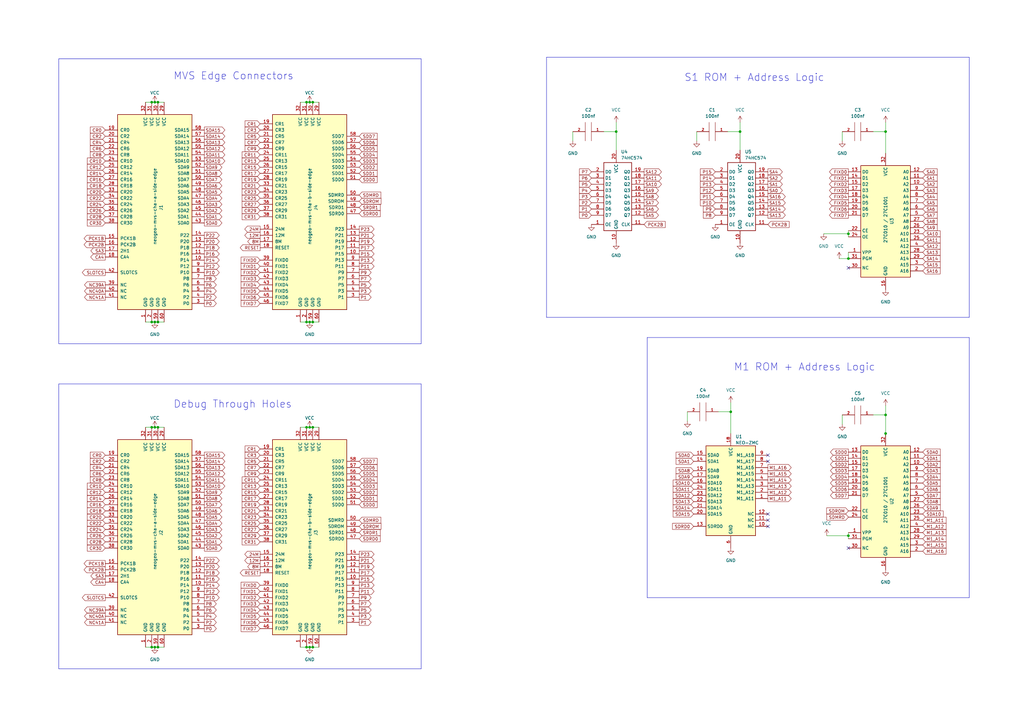
<source format=kicad_sch>
(kicad_sch (version 20230121) (generator eeschema)
  (paper "A3")
  (title_block (title "Neo Geo Diag MVS CHA Board (NEO-ZMC)") (date "${REV}") (rev "${REV}"))
  (junction (at 363.22 53.975))
  (junction (at 127 265.43))
  (junction (at 125.73 265.43))
  (junction (at 64.77 265.43))
  (junction (at 127 175.26))
  (junction (at 303.53 53.975))
  (junction (at 62.23 175.26))
  (junction (at 252.73 53.975))
  (junction (at 63.5 175.26))
  (junction (at 347.98 106.045))
  (junction (at 64.77 132.08))
  (junction (at 347.98 219.71))
  (junction (at 63.5 41.91))
  (junction (at 127 41.91))
  (junction (at 64.77 175.26))
  (junction (at 128.27 132.08))
  (junction (at 347.98 95.885))
  (junction (at 125.73 132.08))
  (junction (at 63.5 265.43))
  (junction (at 299.72 168.91))
  (junction (at 363.22 170.18))
  (junction (at 64.77 41.91))
  (junction (at 128.27 175.26))
  (junction (at 62.23 132.08))
  (junction (at 63.5 132.08))
  (junction (at 128.27 41.91))
  (junction (at 363.22 177.8))
  (junction (at 62.23 41.91))
  (junction (at 127 132.08))
  (junction (at 128.27 265.43))
  (junction (at 125.73 41.91))
  (junction (at 125.73 175.26))
  (junction (at 62.23 265.43))
  (no_connect (at 314.96 186.69))
  (no_connect (at 314.96 213.36))
  (no_connect (at 314.96 210.82))
  (no_connect (at 347.98 109.855))
  (no_connect (at 314.96 215.9))
  (no_connect (at 314.96 189.23))
  (no_connect (at 347.98 224.79))
  (polyline (pts (xy 224.155 130.175) (xy 397.51 130.175)) (stroke (width 0) (type solid)))
  (polyline (pts (xy 24.13 157.48) (xy 172.72 157.48)) (stroke (width 0) (type solid)))
  (wire (pts (xy 128.27 175.26) (xy 130.81 175.26)))
  (wire (pts (xy 123.19 41.91) (xy 125.73 41.91)))
  (wire (pts (xy 337.82 95.885) (xy 347.98 95.885)))
  (polyline (pts (xy 172.72 274.32) (xy 24.13 274.32)) (stroke (width 0) (type solid)))
  (wire (pts (xy 128.27 41.91) (xy 130.81 41.91)))
  (wire (pts (xy 363.22 53.975) (xy 363.22 62.865)))
  (polyline (pts (xy 265.43 245.11) (xy 265.43 138.43)) (stroke (width 0) (type solid)))
  (wire (pts (xy 123.19 265.43) (xy 125.73 265.43)))
  (wire (pts (xy 123.19 175.26) (xy 125.73 175.26)))
  (wire (pts (xy 63.5 41.91) (xy 64.77 41.91)))
  (wire (pts (xy 347.98 94.615) (xy 347.98 95.885)))
  (wire (pts (xy 127 41.91) (xy 128.27 41.91)))
  (wire (pts (xy 62.23 175.26) (xy 63.5 175.26)))
  (wire (pts (xy 59.69 175.26) (xy 62.23 175.26)))
  (wire (pts (xy 285.75 53.975) (xy 285.75 57.785)))
  (wire (pts (xy 345.44 170.18) (xy 345.44 173.99)))
  (wire (pts (xy 125.73 132.08) (xy 127 132.08)))
  (wire (pts (xy 358.14 170.18) (xy 363.22 170.18)))
  (wire (pts (xy 358.14 53.975) (xy 363.22 53.975)))
  (wire (pts (xy 62.23 265.43) (xy 63.5 265.43)))
  (polyline (pts (xy 24.13 24.13) (xy 24.13 140.97)) (stroke (width 0) (type solid)))
  (wire (pts (xy 125.73 265.43) (xy 127 265.43)))
  (polyline (pts (xy 397.51 130.175) (xy 397.51 23.495)) (stroke (width 0) (type solid)))
  (polyline (pts (xy 24.13 24.13) (xy 172.72 24.13)) (stroke (width 0) (type solid)))
  (wire (pts (xy 252.73 50.165) (xy 252.73 53.975)))
  (wire (pts (xy 64.77 41.91) (xy 67.31 41.91)))
  (wire (pts (xy 247.65 53.975) (xy 252.73 53.975)))
  (wire (pts (xy 127 175.26) (xy 128.27 175.26)))
  (polyline (pts (xy 224.155 130.175) (xy 224.155 23.495)) (stroke (width 0) (type solid)))
  (wire (pts (xy 363.22 166.37) (xy 363.22 170.18)))
  (wire (pts (xy 62.23 41.91) (xy 63.5 41.91)))
  (wire (pts (xy 294.64 168.91) (xy 299.72 168.91)))
  (polyline (pts (xy 172.72 157.48) (xy 172.72 274.32)) (stroke (width 0) (type solid)))
  (wire (pts (xy 63.5 265.43) (xy 64.77 265.43)))
  (wire (pts (xy 127 265.43) (xy 128.27 265.43)))
  (wire (pts (xy 125.73 41.91) (xy 127 41.91)))
  (wire (pts (xy 303.53 53.975) (xy 303.53 61.595)))
  (wire (pts (xy 59.69 265.43) (xy 62.23 265.43)))
  (wire (pts (xy 347.98 218.44) (xy 347.98 219.71)))
  (polyline (pts (xy 265.43 245.11) (xy 397.51 245.11)) (stroke (width 0) (type solid)))
  (wire (pts (xy 347.98 219.71) (xy 347.98 220.98)))
  (wire (pts (xy 64.77 132.08) (xy 67.31 132.08)))
  (wire (pts (xy 345.44 53.975) (xy 345.44 57.785)))
  (wire (pts (xy 128.27 265.43) (xy 130.81 265.43)))
  (polyline (pts (xy 265.43 138.43) (xy 397.51 138.43)) (stroke (width 0) (type solid)))
  (wire (pts (xy 347.98 95.885) (xy 347.98 97.155)))
  (wire (pts (xy 299.72 165.1) (xy 299.72 168.91)))
  (wire (pts (xy 125.73 175.26) (xy 127 175.26)))
  (wire (pts (xy 363.22 50.165) (xy 363.22 53.975)))
  (wire (pts (xy 347.98 103.505) (xy 347.98 106.045)))
  (wire (pts (xy 63.5 132.08) (xy 64.77 132.08)))
  (polyline (pts (xy 172.72 140.97) (xy 24.13 140.97)) (stroke (width 0) (type solid)))
  (wire (pts (xy 363.22 177.8) (xy 363.22 179.07)))
  (wire (pts (xy 59.69 41.91) (xy 62.23 41.91)))
  (wire (pts (xy 63.5 175.26) (xy 64.77 175.26)))
  (wire (pts (xy 252.73 53.975) (xy 252.73 61.595)))
  (wire (pts (xy 234.95 53.975) (xy 234.95 57.785)))
  (polyline (pts (xy 172.72 24.13) (xy 172.72 140.97)) (stroke (width 0) (type solid)))
  (wire (pts (xy 128.27 132.08) (xy 130.81 132.08)))
  (wire (pts (xy 123.19 132.08) (xy 125.73 132.08)))
  (wire (pts (xy 303.53 50.165) (xy 303.53 53.975)))
  (wire (pts (xy 281.94 168.91) (xy 281.94 172.72)))
  (polyline (pts (xy 397.51 245.11) (xy 397.51 138.43)) (stroke (width 0) (type solid)))
  (wire (pts (xy 298.45 53.975) (xy 303.53 53.975)))
  (wire (pts (xy 64.77 265.43) (xy 67.31 265.43)))
  (wire (pts (xy 299.72 168.91) (xy 299.72 177.8)))
  (wire (pts (xy 363.22 170.18) (xy 363.22 177.8)))
  (wire (pts (xy 62.23 132.08) (xy 63.5 132.08)))
  (wire (pts (xy 59.69 132.08) (xy 62.23 132.08)))
  (wire (pts (xy 127 132.08) (xy 128.27 132.08)))
  (wire (pts (xy 339.09 219.71) (xy 347.98 219.71)))
  (polyline (pts (xy 24.13 157.48) (xy 24.13 274.32)) (stroke (width 0) (type solid)))
  (wire (pts (xy 64.77 175.26) (xy 67.31 175.26)))
  (wire (pts (xy 344.17 106.045) (xy 347.98 106.045)))
  (polyline (pts (xy 224.155 23.495) (xy 397.51 23.495)) (stroke (width 0) (type solid)))
  (text "Debug Through Holes" (at 71.12 167.64 0) (effects (font (size 3 3)) (justify left bottom)))
  (text "MVS Edge Connectors" (at 71.12 33.02 0) (effects (font (size 3 3)) (justify left bottom)))
  (text "S1 ROM + Address Logic" (at 280.67 33.655 0) (effects (font (size 3 3)) (justify left bottom)))
  (text "M1 ROM + Address Logic" (at 300.99 152.4 0) (effects (font (size 3 3)) (justify left bottom)))
  (global_label "P5" (shape output) (at 147.32 250.19 0) (property "Intersheetrefs" "${INTERSHEET_REFS}" (effects hide)))
  (global_label "P10" (shape input) (at 293.37 83.185 180) (property "Intersheetrefs" "${INTERSHEET_REFS}" (effects hide)))
  (global_label "SDA9" (shape input) (at 284.48 195.58 180) (property "Intersheetrefs" "${INTERSHEET_REFS}" (effects hide)))
  (global_label "P14" (shape output) (at 83.82 106.68 0) (property "Intersheetrefs" "${INTERSHEET_REFS}" (effects hide)))
  (global_label "P18" (shape output) (at 83.82 234.95 0) (property "Intersheetrefs" "${INTERSHEET_REFS}" (effects hide)))
  (global_label "P0" (shape output) (at 83.82 257.81 0) (property "Intersheetrefs" "${INTERSHEET_REFS}" (effects hide)))
  (global_label "SDA0" (shape output) (at 83.82 224.79 0) (property "Intersheetrefs" "${INTERSHEET_REFS}" (effects hide)))
  (global_label "SDD5" (shape input) (at 147.32 60.96 0) (property "Intersheetrefs" "${INTERSHEET_REFS}" (effects hide)))
  (global_label "FIXD3" (shape input) (at 106.68 114.3 180) (property "Intersheetrefs" "${INTERSHEET_REFS}" (effects hide)))
  (global_label "CR22" (shape input) (at 43.18 214.63 180) (property "Intersheetrefs" "${INTERSHEET_REFS}" (effects hide)))
  (global_label "SDD0" (shape input) (at 147.32 207.01 0) (property "Intersheetrefs" "${INTERSHEET_REFS}" (effects hide)))
  (global_label "CR29" (shape input) (at 106.68 219.71 180) (property "Intersheetrefs" "${INTERSHEET_REFS}" (effects hide)))
  (global_label "SA10" (shape output) (at 264.16 75.565 0) (property "Intersheetrefs" "${INTERSHEET_REFS}" (effects hide)))
  (global_label "FIXD1" (shape input) (at 106.68 242.57 180) (property "Intersheetrefs" "${INTERSHEET_REFS}" (effects hide)))
  (global_label "CR12" (shape input) (at 43.18 201.93 180) (property "Intersheetrefs" "${INTERSHEET_REFS}" (effects hide)))
  (global_label "P6" (shape output) (at 83.82 250.19 0) (property "Intersheetrefs" "${INTERSHEET_REFS}" (effects hide)))
  (global_label "P19" (shape output) (at 147.32 99.06 0) (property "Intersheetrefs" "${INTERSHEET_REFS}" (effects hide)))
  (global_label "SA13" (shape input) (at 378.46 103.505 0) (property "Intersheetrefs" "${INTERSHEET_REFS}" (effects hide)))
  (global_label "FIXD1" (shape input) (at 106.68 109.22 180) (property "Intersheetrefs" "${INTERSHEET_REFS}" (effects hide)))
  (global_label "P15" (shape output) (at 147.32 104.14 0) (property "Intersheetrefs" "${INTERSHEET_REFS}" (effects hide)))
  (global_label "8M" (shape output) (at 106.68 99.06 180) (property "Intersheetrefs" "${INTERSHEET_REFS}" (effects hide)))
  (global_label "SDROM" (shape input) (at 347.98 209.55 180) (property "Intersheetrefs" "${INTERSHEET_REFS}" (effects hide)))
  (global_label "CR11" (shape input) (at 106.68 63.5 180) (property "Intersheetrefs" "${INTERSHEET_REFS}" (effects hide)))
  (global_label "P23" (shape output) (at 147.32 93.98 0) (property "Intersheetrefs" "${INTERSHEET_REFS}" (effects hide)))
  (global_label "SDD0" (shape output) (at 347.98 185.42 180) (property "Intersheetrefs" "${INTERSHEET_REFS}" (effects hide)))
  (global_label "NC41A" (shape output) (at 43.18 121.92 180) (property "Intersheetrefs" "${INTERSHEET_REFS}" (effects hide)))
  (global_label "SDD4" (shape input) (at 147.32 63.5 0) (property "Intersheetrefs" "${INTERSHEET_REFS}" (effects hide)))
  (global_label "CA4" (shape output) (at 43.18 238.76 180) (property "Intersheetrefs" "${INTERSHEET_REFS}" (effects hide)))
  (global_label "CR0" (shape input) (at 43.18 53.34 180) (property "Intersheetrefs" "${INTERSHEET_REFS}" (effects hide)))
  (global_label "FIXD2" (shape output) (at 347.98 75.565 180) (property "Intersheetrefs" "${INTERSHEET_REFS}" (effects hide)))
  (global_label "FIXD2" (shape input) (at 106.68 245.11 180) (property "Intersheetrefs" "${INTERSHEET_REFS}" (effects hide)))
  (global_label "RESET" (shape output) (at 106.68 101.6 180) (property "Intersheetrefs" "${INTERSHEET_REFS}" (effects hide)))
  (global_label "FIXD4" (shape input) (at 106.68 250.19 180) (property "Intersheetrefs" "${INTERSHEET_REFS}" (effects hide)))
  (global_label "CR10" (shape input) (at 43.18 66.04 180) (property "Intersheetrefs" "${INTERSHEET_REFS}" (effects hide)))
  (global_label "CR1" (shape input) (at 106.68 50.8 180) (property "Intersheetrefs" "${INTERSHEET_REFS}" (effects hide)))
  (global_label "M1_A13" (shape input) (at 378.46 218.44 0) (property "Intersheetrefs" "${INTERSHEET_REFS}" (effects hide)))
  (global_label "M1_A12" (shape input) (at 378.46 215.9 0) (property "Intersheetrefs" "${INTERSHEET_REFS}" (effects hide)))
  (global_label "SA15" (shape output) (at 314.96 83.185 0) (property "Intersheetrefs" "${INTERSHEET_REFS}" (effects hide)))
  (global_label "CR24" (shape input) (at 43.18 217.17 180) (property "Intersheetrefs" "${INTERSHEET_REFS}" (effects hide)))
  (global_label "SDA0" (shape output) (at 83.82 91.44 0) (property "Intersheetrefs" "${INTERSHEET_REFS}" (effects hide)))
  (global_label "SA3" (shape output) (at 43.18 102.87 180) (property "Intersheetrefs" "${INTERSHEET_REFS}" (effects hide)))
  (global_label "CR18" (shape input) (at 43.18 209.55 180) (property "Intersheetrefs" "${INTERSHEET_REFS}" (effects hide)))
  (global_label "SDA10" (shape input) (at 378.46 210.82 0) (property "Intersheetrefs" "${INTERSHEET_REFS}" (effects hide)))
  (global_label "NC39A" (shape output) (at 43.18 116.84 180) (property "Intersheetrefs" "${INTERSHEET_REFS}" (effects hide)))
  (global_label "SA13" (shape output) (at 314.96 88.265 0) (property "Intersheetrefs" "${INTERSHEET_REFS}" (effects hide)))
  (global_label "CR11" (shape input) (at 106.68 196.85 180) (property "Intersheetrefs" "${INTERSHEET_REFS}" (effects hide)))
  (global_label "P14" (shape output) (at 83.82 240.03 0) (property "Intersheetrefs" "${INTERSHEET_REFS}" (effects hide)))
  (global_label "SDD5" (shape input) (at 147.32 194.31 0) (property "Intersheetrefs" "${INTERSHEET_REFS}" (effects hide)))
  (global_label "SRDR1" (shape input) (at 147.32 218.44 0) (property "Intersheetrefs" "${INTERSHEET_REFS}" (effects hide)))
  (global_label "SDA10" (shape output) (at 83.82 66.04 0) (property "Intersheetrefs" "${INTERSHEET_REFS}" (effects hide)))
  (global_label "PCK2B" (shape output) (at 43.18 100.33 180) (property "Intersheetrefs" "${INTERSHEET_REFS}" (effects hide)))
  (global_label "P20" (shape output) (at 83.82 232.41 0) (property "Intersheetrefs" "${INTERSHEET_REFS}" (effects hide)))
  (global_label "24M" (shape output) (at 106.68 227.33 180) (property "Intersheetrefs" "${INTERSHEET_REFS}" (effects hide)))
  (global_label "M1_A14" (shape input) (at 378.46 220.98 0) (property "Intersheetrefs" "${INTERSHEET_REFS}" (effects hide)))
  (global_label "SA3" (shape output) (at 43.18 236.22 180) (property "Intersheetrefs" "${INTERSHEET_REFS}" (effects hide)))
  (global_label "SA3" (shape input) (at 378.46 78.105 0) (property "Intersheetrefs" "${INTERSHEET_REFS}" (effects hide)))
  (global_label "SDD1" (shape input) (at 147.32 204.47 0) (property "Intersheetrefs" "${INTERSHEET_REFS}" (effects hide)))
  (global_label "SA8" (shape input) (at 378.46 90.805 0) (property "Intersheetrefs" "${INTERSHEET_REFS}" (effects hide)))
  (global_label "P12" (shape output) (at 83.82 242.57 0) (property "Intersheetrefs" "${INTERSHEET_REFS}" (effects hide)))
  (global_label "SDA15" (shape output) (at 83.82 186.69 0) (property "Intersheetrefs" "${INTERSHEET_REFS}" (effects hide)))
  (global_label "CR1" (shape input) (at 106.68 184.15 180) (property "Intersheetrefs" "${INTERSHEET_REFS}" (effects hide)))
  (global_label "SA12" (shape input) (at 378.46 100.965 0) (property "Intersheetrefs" "${INTERSHEET_REFS}" (effects hide)))
  (global_label "CR20" (shape input) (at 43.18 78.74 180) (property "Intersheetrefs" "${INTERSHEET_REFS}" (effects hide)))
  (global_label "CR29" (shape input) (at 106.68 86.36 180) (property "Intersheetrefs" "${INTERSHEET_REFS}" (effects hide)))
  (global_label "SDRD0" (shape input) (at 147.32 220.98 0) (property "Intersheetrefs" "${INTERSHEET_REFS}" (effects hide)))
  (global_label "FIXD6" (shape input) (at 106.68 255.27 180) (property "Intersheetrefs" "${INTERSHEET_REFS}" (effects hide)))
  (global_label "FIXD5" (shape input) (at 106.68 252.73 180) (property "Intersheetrefs" "${INTERSHEET_REFS}" (effects hide)))
  (global_label "SA0" (shape input) (at 378.46 70.485 0) (property "Intersheetrefs" "${INTERSHEET_REFS}" (effects hide)))
  (global_label "12M" (shape output) (at 106.68 96.52 180) (property "Intersheetrefs" "${INTERSHEET_REFS}" (effects hide)))
  (global_label "CR17" (shape input) (at 106.68 204.47 180) (property "Intersheetrefs" "${INTERSHEET_REFS}" (effects hide)))
  (global_label "CR6" (shape input) (at 43.18 60.96 180) (property "Intersheetrefs" "${INTERSHEET_REFS}" (effects hide)))
  (global_label "SDA7" (shape input) (at 378.46 203.2 0) (property "Intersheetrefs" "${INTERSHEET_REFS}" (effects hide)))
  (global_label "CR30" (shape input) (at 43.18 91.44 180) (property "Intersheetrefs" "${INTERSHEET_REFS}" (effects hide)))
  (global_label "CR13" (shape input) (at 106.68 199.39 180) (property "Intersheetrefs" "${INTERSHEET_REFS}" (effects hide)))
  (global_label "P1" (shape output) (at 147.32 121.92 0) (property "Intersheetrefs" "${INTERSHEET_REFS}" (effects hide)))
  (global_label "CR4" (shape input) (at 43.18 191.77 180) (property "Intersheetrefs" "${INTERSHEET_REFS}" (effects hide)))
  (global_label "CR21" (shape input) (at 106.68 209.55 180) (property "Intersheetrefs" "${INTERSHEET_REFS}" (effects hide)))
  (global_label "SDA5" (shape output) (at 83.82 212.09 0) (property "Intersheetrefs" "${INTERSHEET_REFS}" (effects hide)))
  (global_label "CR28" (shape input) (at 43.18 222.25 180) (property "Intersheetrefs" "${INTERSHEET_REFS}" (effects hide)))
  (global_label "SA14" (shape input) (at 378.46 106.045 0) (property "Intersheetrefs" "${INTERSHEET_REFS}" (effects hide)))
  (global_label "SA10" (shape input) (at 378.46 95.885 0) (property "Intersheetrefs" "${INTERSHEET_REFS}" (effects hide)))
  (global_label "CR6" (shape input) (at 43.18 194.31 180) (property "Intersheetrefs" "${INTERSHEET_REFS}" (effects hide)))
  (global_label "PCK1B" (shape output) (at 43.18 231.14 180) (property "Intersheetrefs" "${INTERSHEET_REFS}" (effects hide)))
  (global_label "CR8" (shape input) (at 43.18 196.85 180) (property "Intersheetrefs" "${INTERSHEET_REFS}" (effects hide)))
  (global_label "SA2" (shape input) (at 378.46 75.565 0) (property "Intersheetrefs" "${INTERSHEET_REFS}" (effects hide)))
  (global_label "SDD6" (shape input) (at 147.32 58.42 0) (property "Intersheetrefs" "${INTERSHEET_REFS}" (effects hide)))
  (global_label "SDA3" (shape output) (at 83.82 217.17 0) (property "Intersheetrefs" "${INTERSHEET_REFS}" (effects hide)))
  (global_label "P2" (shape input) (at 242.57 83.185 180) (property "Intersheetrefs" "${INTERSHEET_REFS}" (effects hide)))
  (global_label "FIXD1" (shape output) (at 347.98 73.025 180) (property "Intersheetrefs" "${INTERSHEET_REFS}" (effects hide)))
  (global_label "NC40A" (shape output) (at 43.18 252.73 180) (property "Intersheetrefs" "${INTERSHEET_REFS}" (effects hide)))
  (global_label "CR24" (shape input) (at 43.18 83.82 180) (property "Intersheetrefs" "${INTERSHEET_REFS}" (effects hide)))
  (global_label "SLOTCS" (shape output) (at 43.18 245.11 180) (property "Intersheetrefs" "${INTERSHEET_REFS}" (effects hide)))
  (global_label "SA4" (shape output) (at 314.96 70.485 0) (property "Intersheetrefs" "${INTERSHEET_REFS}" (effects hide)))
  (global_label "CR28" (shape input) (at 43.18 88.9 180) (property "Intersheetrefs" "${INTERSHEET_REFS}" (effects hide)))
  (global_label "CR2" (shape input) (at 43.18 55.88 180) (property "Intersheetrefs" "${INTERSHEET_REFS}" (effects hide)))
  (global_label "SDA7" (shape output) (at 83.82 73.66 0) (property "Intersheetrefs" "${INTERSHEET_REFS}" (effects hide)))
  (global_label "P17" (shape output) (at 147.32 101.6 0) (property "Intersheetrefs" "${INTERSHEET_REFS}" (effects hide)))
  (global_label "SDD1" (shape output) (at 347.98 187.96 180) (property "Intersheetrefs" "${INTERSHEET_REFS}" (effects hide)))
  (global_label "P10" (shape output) (at 83.82 245.11 0) (property "Intersheetrefs" "${INTERSHEET_REFS}" (effects hide)))
  (global_label "M1_A15" (shape input) (at 378.46 223.52 0) (property "Intersheetrefs" "${INTERSHEET_REFS}" (effects hide)))
  (global_label "SA9" (shape input) (at 378.46 93.345 0) (property "Intersheetrefs" "${INTERSHEET_REFS}" (effects hide)))
  (global_label "SDA8" (shape output) (at 83.82 71.12 0) (property "Intersheetrefs" "${INTERSHEET_REFS}" (effects hide)))
  (global_label "CR26" (shape input) (at 43.18 86.36 180) (property "Intersheetrefs" "${INTERSHEET_REFS}" (effects hide)))
  (global_label "SDA11" (shape output) (at 83.82 63.5 0) (property "Intersheetrefs" "${INTERSHEET_REFS}" (effects hide)))
  (global_label "CR20" (shape input) (at 43.18 212.09 180) (property "Intersheetrefs" "${INTERSHEET_REFS}" (effects hide)))
  (global_label "FIXD3" (shape output) (at 347.98 78.105 180) (property "Intersheetrefs" "${INTERSHEET_REFS}" (effects hide)))
  (global_label "P6" (shape input) (at 242.57 73.025 180) (property "Intersheetrefs" "${INTERSHEET_REFS}" (effects hide)))
  (global_label "SLOTCS" (shape output) (at 43.18 111.76 180) (property "Intersheetrefs" "${INTERSHEET_REFS}" (effects hide)))
  (global_label "CR16" (shape input) (at 43.18 207.01 180) (property "Intersheetrefs" "${INTERSHEET_REFS}" (effects hide)))
  (global_label "SA5" (shape input) (at 378.46 83.185 0) (property "Intersheetrefs" "${INTERSHEET_REFS}" (effects hide)))
  (global_label "P9" (shape output) (at 147.32 245.11 0) (property "Intersheetrefs" "${INTERSHEET_REFS}" (effects hide)))
  (global_label "SDA6" (shape output) (at 83.82 209.55 0) (property "Intersheetrefs" "${INTERSHEET_REFS}" (effects hide)))
  (global_label "M1_A15" (shape output) (at 314.96 194.31 0) (property "Intersheetrefs" "${INTERSHEET_REFS}" (effects hide)))
  (global_label "SDA9" (shape output) (at 83.82 201.93 0) (property "Intersheetrefs" "${INTERSHEET_REFS}" (effects hide)))
  (global_label "SDA6" (shape input) (at 378.46 200.66 0) (property "Intersheetrefs" "${INTERSHEET_REFS}" (effects hide)))
  (global_label "M1_A13" (shape output) (at 314.96 199.39 0) (property "Intersheetrefs" "${INTERSHEET_REFS}" (effects hide)))
  (global_label "CR14" (shape input) (at 43.18 71.12 180) (property "Intersheetrefs" "${INTERSHEET_REFS}" (effects hide)))
  (global_label "SDD0" (shape input) (at 147.32 73.66 0) (property "Intersheetrefs" "${INTERSHEET_REFS}" (effects hide)))
  (global_label "SDD5" (shape output) (at 347.98 198.12 180) (property "Intersheetrefs" "${INTERSHEET_REFS}" (effects hide)))
  (global_label "CR15" (shape input) (at 106.68 68.58 180) (property "Intersheetrefs" "${INTERSHEET_REFS}" (effects hide)))
  (global_label "P4" (shape input) (at 242.57 78.105 180) (property "Intersheetrefs" "${INTERSHEET_REFS}" (effects hide)))
  (global_label "SA8" (shape output) (at 264.16 80.645 0) (property "Intersheetrefs" "${INTERSHEET_REFS}" (effects hide)))
  (global_label "CR0" (shape input) (at 43.18 186.69 180) (property "Intersheetrefs" "${INTERSHEET_REFS}" (effects hide)))
  (global_label "FIXD6" (shape input) (at 106.68 121.92 180) (property "Intersheetrefs" "${INTERSHEET_REFS}" (effects hide)))
  (global_label "FIXD0" (shape output) (at 347.98 70.485 180) (property "Intersheetrefs" "${INTERSHEET_REFS}" (effects hide)))
  (global_label "FIXD5" (shape input) (at 106.68 119.38 180) (property "Intersheetrefs" "${INTERSHEET_REFS}" (effects hide)))
  (global_label "SDD2" (shape input) (at 147.32 201.93 0) (property "Intersheetrefs" "${INTERSHEET_REFS}" (effects hide)))
  (global_label "SDA13" (shape output) (at 83.82 58.42 0) (property "Intersheetrefs" "${INTERSHEET_REFS}" (effects hide)))
  (global_label "SA7" (shape input) (at 378.46 88.265 0) (property "Intersheetrefs" "${INTERSHEET_REFS}" (effects hide)))
  (global_label "CR31" (shape input) (at 106.68 88.9 180) (property "Intersheetrefs" "${INTERSHEET_REFS}" (effects hide)))
  (global_label "CR25" (shape input) (at 106.68 214.63 180) (property "Intersheetrefs" "${INTERSHEET_REFS}" (effects hide)))
  (global_label "SDA15" (shape output) (at 83.82 53.34 0) (property "Intersheetrefs" "${INTERSHEET_REFS}" (effects hide)))
  (global_label "CR23" (shape input) (at 106.68 78.74 180) (property "Intersheetrefs" "${INTERSHEET_REFS}" (effects hide)))
  (global_label "RESET" (shape output) (at 106.68 234.95 180) (property "Intersheetrefs" "${INTERSHEET_REFS}" (effects hide)))
  (global_label "M1_A14" (shape output) (at 314.96 196.85 0) (property "Intersheetrefs" "${INTERSHEET_REFS}" (effects hide)))
  (global_label "SDA1" (shape input) (at 284.48 189.23 180) (property "Intersheetrefs" "${INTERSHEET_REFS}" (effects hide)))
  (global_label "CR9" (shape input) (at 106.68 60.96 180) (property "Intersheetrefs" "${INTERSHEET_REFS}" (effects hide)))
  (global_label "P11" (shape input) (at 293.37 80.645 180) (property "Intersheetrefs" "${INTERSHEET_REFS}" (effects hide)))
  (global_label "SDA10" (shape input) (at 284.48 198.12 180) (property "Intersheetrefs" "${INTERSHEET_REFS}" (effects hide)))
  (global_label "FIXD5" (shape output) (at 347.98 83.185 180) (property "Intersheetrefs" "${INTERSHEET_REFS}" (effects hide)))
  (global_label "SDA14" (shape output) (at 83.82 189.23 0) (property "Intersheetrefs" "${INTERSHEET_REFS}" (effects hide)))
  (global_label "P3" (shape output) (at 147.32 119.38 0) (property "Intersheetrefs" "${INTERSHEET_REFS}" (effects hide)))
  (global_label "SDA8" (shape output) (at 83.82 204.47 0) (property "Intersheetrefs" "${INTERSHEET_REFS}" (effects hide)))
  (global_label "SDD6" (shape input) (at 147.32 191.77 0) (property "Intersheetrefs" "${INTERSHEET_REFS}" (effects hide)))
  (global_label "CR16" (shape input) (at 43.18 73.66 180) (property "Intersheetrefs" "${INTERSHEET_REFS}" (effects hide)))
  (global_label "P0" (shape input) (at 242.57 88.265 180) (property "Intersheetrefs" "${INTERSHEET_REFS}" (effects hide)))
  (global_label "SDD6" (shape output) (at 347.98 200.66 180) (property "Intersheetrefs" "${INTERSHEET_REFS}" (effects hide)))
  (global_label "PCK1B" (shape output) (at 43.18 97.79 180) (property "Intersheetrefs" "${INTERSHEET_REFS}" (effects hide)))
  (global_label "SDA3" (shape input) (at 378.46 193.04 0) (property "Intersheetrefs" "${INTERSHEET_REFS}" (effects hide)))
  (global_label "SDA13" (shape input) (at 284.48 205.74 180) (property "Intersheetrefs" "${INTERSHEET_REFS}" (effects hide)))
  (global_label "CR3" (shape input) (at 106.68 53.34 180) (property "Intersheetrefs" "${INTERSHEET_REFS}" (effects hide)))
  (global_label "SDA0" (shape input) (at 378.46 185.42 0) (property "Intersheetrefs" "${INTERSHEET_REFS}" (effects hide)))
  (global_label "P4" (shape output) (at 83.82 119.38 0) (property "Intersheetrefs" "${INTERSHEET_REFS}" (effects hide)))
  (global_label "M1_A16" (shape input) (at 378.46 226.06 0) (property "Intersheetrefs" "${INTERSHEET_REFS}" (effects hide)))
  (global_label "SA14" (shape output) (at 314.96 85.725 0) (property "Intersheetrefs" "${INTERSHEET_REFS}" (effects hide)))
  (global_label "FIXD7" (shape input) (at 106.68 257.81 180) (property "Intersheetrefs" "${INTERSHEET_REFS}" (effects hide)))
  (global_label "SDA9" (shape output) (at 83.82 68.58 0) (property "Intersheetrefs" "${INTERSHEET_REFS}" (effects hide)))
  (global_label "P3" (shape output) (at 147.32 252.73 0) (property "Intersheetrefs" "${INTERSHEET_REFS}" (effects hide)))
  (global_label "SA16" (shape output) (at 314.96 80.645 0) (property "Intersheetrefs" "${INTERSHEET_REFS}" (effects hide)))
  (global_label "P11" (shape output) (at 147.32 109.22 0) (property "Intersheetrefs" "${INTERSHEET_REFS}" (effects hide)))
  (global_label "CR5" (shape input) (at 106.68 55.88 180) (property "Intersheetrefs" "${INTERSHEET_REFS}" (effects hide)))
  (global_label "FIXD7" (shape input) (at 106.68 124.46 180) (property "Intersheetrefs" "${INTERSHEET_REFS}" (effects hide)))
  (global_label "P6" (shape output) (at 83.82 116.84 0) (property "Intersheetrefs" "${INTERSHEET_REFS}" (effects hide)))
  (global_label "SA1" (shape input) (at 378.46 73.025 0) (property "Intersheetrefs" "${INTERSHEET_REFS}" (effects hide)))
  (global_label "SDD2" (shape output) (at 347.98 190.5 180) (property "Intersheetrefs" "${INTERSHEET_REFS}" (effects hide)))
  (global_label "P19" (shape output) (at 147.32 232.41 0) (property "Intersheetrefs" "${INTERSHEET_REFS}" (effects hide)))
  (global_label "CR22" (shape input) (at 43.18 81.28 180) (property "Intersheetrefs" "${INTERSHEET_REFS}" (effects hide)))
  (global_label "SDROM" (shape input) (at 147.32 82.55 0) (property "Intersheetrefs" "${INTERSHEET_REFS}" (effects hide)))
  (global_label "CR27" (shape input) (at 106.68 83.82 180) (property "Intersheetrefs" "${INTERSHEET_REFS}" (effects hide)))
  (global_label "SDA15" (shape input) (at 284.48 210.82 180) (property "Intersheetrefs" "${INTERSHEET_REFS}" (effects hide)))
  (global_label "P22" (shape output) (at 83.82 96.52 0) (property "Intersheetrefs" "${INTERSHEET_REFS}" (effects hide)))
  (global_label "CR12" (shape input) (at 43.18 68.58 180) (property "Intersheetrefs" "${INTERSHEET_REFS}" (effects hide)))
  (global_label "CR25" (shape input) (at 106.68 81.28 180) (property "Intersheetrefs" "${INTERSHEET_REFS}" (effects hide)))
  (global_label "SA1" (shape output) (at 314.96 75.565 0) (property "Intersheetrefs" "${INTERSHEET_REFS}" (effects hide)))
  (global_label "SDA5" (shape output) (at 83.82 78.74 0) (property "Intersheetrefs" "${INTERSHEET_REFS}" (effects hide)))
  (global_label "CR19" (shape input) (at 106.68 73.66 180) (property "Intersheetrefs" "${INTERSHEET_REFS}" (effects hide)))
  (global_label "SDA4" (shape input) (at 378.46 195.58 0) (property "Intersheetrefs" "${INTERSHEET_REFS}" (effects hide)))
  (global_label "CR26" (shape input) (at 43.18 219.71 180) (property "Intersheetrefs" "${INTERSHEET_REFS}" (effects hide)))
  (global_label "SDD7" (shape output) (at 347.98 203.2 180) (property "Intersheetrefs" "${INTERSHEET_REFS}" (effects hide)))
  (global_label "SDA10" (shape output) (at 83.82 199.39 0) (property "Intersheetrefs" "${INTERSHEET_REFS}" (effects hide)))
  (global_label "P23" (shape output) (at 147.32 227.33 0) (property "Intersheetrefs" "${INTERSHEET_REFS}" (effects hide)))
  (global_label "12M" (shape output) (at 106.68 229.87 180) (property "Intersheetrefs" "${INTERSHEET_REFS}" (effects hide)))
  (global_label "CR15" (shape input) (at 106.68 201.93 180) (property "Intersheetrefs" "${INTERSHEET_REFS}" (effects hide)))
  (global_label "P17" (shape output) (at 147.32 234.95 0) (property "Intersheetrefs" "${INTERSHEET_REFS}" (effects hide)))
  (global_label "P14" (shape input) (at 293.37 73.025 180) (property "Intersheetrefs" "${INTERSHEET_REFS}" (effects hide)))
  (global_label "P3" (shape input) (at 242.57 80.645 180) (property "Intersheetrefs" "${INTERSHEET_REFS}" (effects hide)))
  (global_label "P12" (shape input) (at 293.37 78.105 180) (property "Intersheetrefs" "${INTERSHEET_REFS}" (effects hide)))
  (global_label "P20" (shape output) (at 83.82 99.06 0) (property "Intersheetrefs" "${INTERSHEET_REFS}" (effects hide)))
  (global_label "SDA12" (shape output) (at 83.82 60.96 0) (property "Intersheetrefs" "${INTERSHEET_REFS}" (effects hide)))
  (global_label "P11" (shape output) (at 147.32 242.57 0) (property "Intersheetrefs" "${INTERSHEET_REFS}" (effects hide)))
  (global_label "P7" (shape input) (at 242.57 70.485 180) (property "Intersheetrefs" "${INTERSHEET_REFS}" (effects hide)))
  (global_label "SA11" (shape input) (at 378.46 98.425 0) (property "Intersheetrefs" "${INTERSHEET_REFS}" (effects hide)))
  (global_label "P9" (shape output) (at 147.32 111.76 0) (property "Intersheetrefs" "${INTERSHEET_REFS}" (effects hide)))
  (global_label "SA2" (shape output) (at 314.96 73.025 0) (property "Intersheetrefs" "${INTERSHEET_REFS}" (effects hide)))
  (global_label "SDD3" (shape input) (at 147.32 199.39 0) (property "Intersheetrefs" "${INTERSHEET_REFS}" (effects hide)))
  (global_label "SA6" (shape output) (at 264.16 85.725 0) (property "Intersheetrefs" "${INTERSHEET_REFS}" (effects hide)))
  (global_label "CR9" (shape input) (at 106.68 194.31 180) (property "Intersheetrefs" "${INTERSHEET_REFS}" (effects hide)))
  (global_label "CR31" (shape input) (at 106.68 222.25 180) (property "Intersheetrefs" "${INTERSHEET_REFS}" (effects hide)))
  (global_label "M1_A12" (shape output) (at 314.96 201.93 0) (property "Intersheetrefs" "${INTERSHEET_REFS}" (effects hide)))
  (global_label "FIXD3" (shape input) (at 106.68 247.65 180) (property "Intersheetrefs" "${INTERSHEET_REFS}" (effects hide)))
  (global_label "P8" (shape output) (at 83.82 247.65 0) (property "Intersheetrefs" "${INTERSHEET_REFS}" (effects hide)))
  (global_label "PCK2B" (shape input) (at 314.96 92.075 0) (property "Intersheetrefs" "${INTERSHEET_REFS}" (effects hide)))
  (global_label "SDA8" (shape input) (at 284.48 193.04 180) (property "Intersheetrefs" "${INTERSHEET_REFS}" (effects hide)))
  (global_label "FIXD2" (shape input) (at 106.68 111.76 180) (property "Intersheetrefs" "${INTERSHEET_REFS}" (effects hide)))
  (global_label "SDD3" (shape output) (at 347.98 193.04 180) (property "Intersheetrefs" "${INTERSHEET_REFS}" (effects hide)))
  (global_label "SDA8" (shape input) (at 378.46 205.74 0) (property "Intersheetrefs" "${INTERSHEET_REFS}" (effects hide)))
  (global_label "SDA2" (shape output) (at 83.82 86.36 0) (property "Intersheetrefs" "${INTERSHEET_REFS}" (effects hide)))
  (global_label "P7" (shape output) (at 147.32 114.3 0) (property "Intersheetrefs" "${INTERSHEET_REFS}" (effects hide)))
  (global_label "FIXD4" (shape output) (at 347.98 80.645 180) (property "Intersheetrefs" "${INTERSHEET_REFS}" (effects hide)))
  (global_label "SDA11" (shape output) (at 83.82 196.85 0) (property "Intersheetrefs" "${INTERSHEET_REFS}" (effects hide)))
  (global_label "P21" (shape output) (at 147.32 96.52 0) (property "Intersheetrefs" "${INTERSHEET_REFS}" (effects hide)))
  (global_label "P16" (shape output) (at 83.82 237.49 0) (property "Intersheetrefs" "${INTERSHEET_REFS}" (effects hide)))
  (global_label "FIXD4" (shape input) (at 106.68 116.84 180) (property "Intersheetrefs" "${INTERSHEET_REFS}" (effects hide)))
  (global_label "NC41A" (shape output) (at 43.18 255.27 180) (property "Intersheetrefs" "${INTERSHEET_REFS}" (effects hide)))
  (global_label "P12" (shape output) (at 83.82 109.22 0) (property "Intersheetrefs" "${INTERSHEET_REFS}" (effects hide)))
  (global_label "P10" (shape output) (at 83.82 111.76 0) (property "Intersheetrefs" "${INTERSHEET_REFS}" (effects hide)))
  (global_label "CR14" (shape input) (at 43.18 204.47 180) (property "Intersheetrefs" "${INTERSHEET_REFS}" (effects hide)))
  (global_label "P1" (shape output) (at 147.32 255.27 0) (property "Intersheetrefs" "${INTERSHEET_REFS}" (effects hide)))
  (global_label "P1" (shape input) (at 242.57 85.725 180) (property "Intersheetrefs" "${INTERSHEET_REFS}" (effects hide)))
  (global_label "SDA4" (shape output) (at 83.82 81.28 0) (property "Intersheetrefs" "${INTERSHEET_REFS}" (effects hide)))
  (global_label "P15" (shape output) (at 147.32 237.49 0) (property "Intersheetrefs" "${INTERSHEET_REFS}" (effects hide)))
  (global_label "CR10" (shape input) (at 43.18 199.39 180) (property "Intersheetrefs" "${INTERSHEET_REFS}" (effects hide)))
  (global_label "SDA3" (shape output) (at 83.82 83.82 0) (property "Intersheetrefs" "${INTERSHEET_REFS}" (effects hide)))
  (global_label "SDD4" (shape input) (at 147.32 196.85 0) (property "Intersheetrefs" "${INTERSHEET_REFS}" (effects hide)))
  (global_label "SDD1" (shape input) (at 147.32 71.12 0) (property "Intersheetrefs" "${INTERSHEET_REFS}" (effects hide)))
  (global_label "SA0" (shape output) (at 314.96 78.105 0) (property "Intersheetrefs" "${INTERSHEET_REFS}" (effects hide)))
  (global_label "SDA5" (shape input) (at 378.46 198.12 0) (property "Intersheetrefs" "${INTERSHEET_REFS}" (effects hide)))
  (global_label "SA6" (shape input) (at 378.46 85.725 0) (property "Intersheetrefs" "${INTERSHEET_REFS}" (effects hide)))
  (global_label "P2" (shape output) (at 83.82 121.92 0) (property "Intersheetrefs" "${INTERSHEET_REFS}" (effects hide)))
  (global_label "P13" (shape output) (at 147.32 106.68 0) (property "Intersheetrefs" "${INTERSHEET_REFS}" (effects hide)))
  (global_label "M1_A16" (shape output) (at 314.96 191.77 0) (property "Intersheetrefs" "${INTERSHEET_REFS}" (effects hide)))
  (global_label "SDMRD" (shape input) (at 347.98 212.09 180) (property "Intersheetrefs" "${INTERSHEET_REFS}" (effects hide)))
  (global_label "SDD2" (shape input) (at 147.32 68.58 0) (property "Intersheetrefs" "${INTERSHEET_REFS}" (effects hide)))
  (global_label "SDMRD" (shape input) (at 147.32 213.36 0) (property "Intersheetrefs" "${INTERSHEET_REFS}" (effects hide)))
  (global_label "CR18" (shape input) (at 43.18 76.2 180) (property "Intersheetrefs" "${INTERSHEET_REFS}" (effects hide)))
  (global_label "SDA14" (shape output) (at 83.82 55.88 0) (property "Intersheetrefs" "${INTERSHEET_REFS}" (effects hide)))
  (global_label "M1_A11" (shape input) (at 378.46 213.36 0) (property "Intersheetrefs" "${INTERSHEET_REFS}" (effects hide)))
  (global_label "SDA2" (shape output) (at 83.82 219.71 0) (property "Intersheetrefs" "${INTERSHEET_REFS}" (effects hide)))
  (global_label "NC39A" (shape output) (at 43.18 250.19 180) (property "Intersheetrefs" "${INTERSHEET_REFS}" (effects hide)))
  (global_label "FIXD6" (shape output) (at 347.98 85.725 180) (property "Intersheetrefs" "${INTERSHEET_REFS}" (effects hide)))
  (global_label "CR2" (shape input) (at 43.18 189.23 180) (property "Intersheetrefs" "${INTERSHEET_REFS}" (effects hide)))
  (global_label "FIXD7" (shape output) (at 347.98 88.265 180) (property "Intersheetrefs" "${INTERSHEET_REFS}" (effects hide)))
  (global_label "CR5" (shape input) (at 106.68 189.23 180) (property "Intersheetrefs" "${INTERSHEET_REFS}" (effects hide)))
  (global_label "P22" (shape output) (at 83.82 229.87 0) (property "Intersheetrefs" "${INTERSHEET_REFS}" (effects hide)))
  (global_label "P9" (shape input) (at 293.37 85.725 180) (property "Intersheetrefs" "${INTERSHEET_REFS}" (effects hide)))
  (global_label "SDD7" (shape input) (at 147.32 189.23 0) (property "Intersheetrefs" "${INTERSHEET_REFS}" (effects hide)))
  (global_label "SDROM" (shape input) (at 147.32 215.9 0) (property "Intersheetrefs" "${INTERSHEET_REFS}" (effects hide)))
  (global_label "SA4" (shape input) (at 378.46 80.645 0) (property "Intersheetrefs" "${INTERSHEET_REFS}" (effects hide)))
  (global_label "P16" (shape output) (at 83.82 104.14 0) (property "Intersheetrefs" "${INTERSHEET_REFS}" (effects hide)))
  (global_label "FIXD0" (shape input) (at 106.68 106.68 180) (property "Intersheetrefs" "${INTERSHEET_REFS}" (effects hide)))
  (global_label "SDA2" (shape input) (at 378.46 190.5 0) (property "Intersheetrefs" "${INTERSHEET_REFS}" (effects hide)))
  (global_label "CR8" (shape input) (at 43.18 63.5 180) (property "Intersheetrefs" "${INTERSHEET_REFS}" (effects hide)))
  (global_label "SA12" (shape output) (at 264.16 70.485 0) (property "Intersheetrefs" "${INTERSHEET_REFS}" (effects hide)))
  (global_label "NC40A" (shape output) (at 43.18 119.38 180) (property "Intersheetrefs" "${INTERSHEET_REFS}" (effects hide)))
  (global_label "CR17" (shape input) (at 106.68 71.12 180) (property "Intersheetrefs" "${INTERSHEET_REFS}" (effects hide)))
  (global_label "CR7" (shape input) (at 106.68 58.42 180) (property "Intersheetrefs" "${INTERSHEET_REFS}" (effects hide)))
  (global_label "SDD4" (shape output) (at 347.98 195.58 180) (property "Intersheetrefs" "${INTERSHEET_REFS}" (effects hide)))
  (global_label "SA7" (shape output) (at 264.16 83.185 0) (property "Intersheetrefs" "${INTERSHEET_REFS}" (effects hide)))
  (global_label "CR19" (shape input) (at 106.68 207.01 180) (property "Intersheetrefs" "${INTERSHEET_REFS}" (effects hide)))
  (global_label "SDA0" (shape input) (at 284.48 186.69 180) (property "Intersheetrefs" "${INTERSHEET_REFS}" (effects hide)))
  (global_label "P7" (shape output) (at 147.32 247.65 0) (property "Intersheetrefs" "${INTERSHEET_REFS}" (effects hide)))
  (global_label "P21" (shape output) (at 147.32 229.87 0) (property "Intersheetrefs" "${INTERSHEET_REFS}" (effects hide)))
  (global_label "SDA12" (shape input) (at 284.48 203.2 180) (property "Intersheetrefs" "${INTERSHEET_REFS}" (effects hide)))
  (global_label "P8" (shape output) (at 83.82 114.3 0) (property "Intersheetrefs" "${INTERSHEET_REFS}" (effects hide)))
  (global_label "M1_A11" (shape output) (at 314.96 204.47 0) (property "Intersheetrefs" "${INTERSHEET_REFS}" (effects hide)))
  (global_label "CR4" (shape input) (at 43.18 58.42 180) (property "Intersheetrefs" "${INTERSHEET_REFS}" (effects hide)))
  (global_label "SDA6" (shape output) (at 83.82 76.2 0) (property "Intersheetrefs" "${INTERSHEET_REFS}" (effects hide)))
  (global_label "SDA11" (shape input) (at 284.48 200.66 180) (property "Intersheetrefs" "${INTERSHEET_REFS}" (effects hide)))
  (global_label "SA11" (shape output) (at 264.16 73.025 0) (property "Intersheetrefs" "${INTERSHEET_REFS}" (effects hide)))
  (global_label "SA9" (shape output) (at 264.16 78.105 0) (property "Intersheetrefs" "${INTERSHEET_REFS}" (effects hide)))
  (global_label "SA5" (shape output) (at 264.16 88.265 0) (property "Intersheetrefs" "${INTERSHEET_REFS}" (effects hide)))
  (global_label "P2" (shape output) (at 83.82 255.27 0) (property "Intersheetrefs" "${INTERSHEET_REFS}" (effects hide)))
  (global_label "SDA14" (shape input) (at 284.48 208.28 180) (property "Intersheetrefs" "${INTERSHEET_REFS}" (effects hide)))
  (global_label "CR7" (shape input) (at 106.68 191.77 180) (property "Intersheetrefs" "${INTERSHEET_REFS}" (effects hide)))
  (global_label "FIXD0" (shape input) (at 106.68 240.03 180) (property "Intersheetrefs" "${INTERSHEET_REFS}" (effects hide)))
  (global_label "CR21" (shape input) (at 106.68 76.2 180) (property "Intersheetrefs" "${INTERSHEET_REFS}" (effects hide)))
  (global_label "24M" (shape output) (at 106.68 93.98 180) (property "Intersheetrefs" "${INTERSHEET_REFS}" (effects hide)))
  (global_label "8M" (shape output) (at 106.68 232.41 180) (property "Intersheetrefs" "${INTERSHEET_REFS}" (effects hide)))
  (global_label "SDA7" (shape output) (at 83.82 207.01 0) (property "Intersheetrefs" "${INTERSHEET_REFS}" (effects hide)))
  (global_label "SDMRD" (shape input) (at 147.32 80.01 0) (property "Intersheetrefs" "${INTERSHEET_REFS}" (effects hide)))
  (global_label "SDA1" (shape output) (at 83.82 88.9 0) (property "Intersheetrefs" "${INTERSHEET_REFS}" (effects hide)))
  (global_label "PCK2B" (shape output) (at 43.18 233.68 180) (property "Intersheetrefs" "${INTERSHEET_REFS}" (effects hide)))
  (global_label "SDA12" (shape output) (at 83.82 194.31 0) (property "Intersheetrefs" "${INTERSHEET_REFS}" (effects hide)))
  (global_label "SDA4" (shape output) (at 83.82 214.63 0) (property "Intersheetrefs" "${INTERSHEET_REFS}" (effects hide)))
  (global_label "CA4" (shape output) (at 43.18 105.41 180) (property "Intersheetrefs" "${INTERSHEET_REFS}" (effects hide)))
  (global_label "P13" (shape output) (at 147.32 240.03 0) (property "Intersheetrefs" "${INTERSHEET_REFS}" (effects hide)))
  (global_label "P5" (shape output) (at 147.32 116.84 0) (property "Intersheetrefs" "${INTERSHEET_REFS}" (effects hide)))
  (global_label "P5" (shape input) (at 242.57 75.565 180) (property "Intersheetrefs" "${INTERSHEET_REFS}" (effects hide)))
  (global_label "PCK2B" (shape input) (at 264.16 92.075 0) (property "Intersheetrefs" "${INTERSHEET_REFS}" (effects hide)))
  (global_label "CR27" (shape input) (at 106.68 217.17 180) (property "Intersheetrefs" "${INTERSHEET_REFS}" (effects hide)))
  (global_label "P8" (shape input) (at 293.37 88.265 180) (property "Intersheetrefs" "${INTERSHEET_REFS}" (effects hide)))
  (global_label "SDRD0" (shape input) (at 284.48 215.9 180) (property "Intersheetrefs" "${INTERSHEET_REFS}" (effects hide)))
  (global_label "P0" (shape output) (at 83.82 124.46 0) (property "Intersheetrefs" "${INTERSHEET_REFS}" (effects hide)))
  (global_label "CR30" (shape input) (at 43.18 224.79 180) (property "Intersheetrefs" "${INTERSHEET_REFS}" (effects hide)))
  (global_label "P18" (shape output) (at 83.82 101.6 0) (property "Intersheetrefs" "${INTERSHEET_REFS}" (effects hide)))
  (global_label "SDA9" (shape input) (at 378.46 208.28 0) (property "Intersheetrefs" "${INTERSHEET_REFS}" (effects hide)))
  (global_label "SDD3" (shape input) (at 147.32 66.04 0) (property "Intersheetrefs" "${INTERSHEET_REFS}" (effects hide)))
  (global_label "P15" (shape input) (at 293.37 70.485 180) (property "Intersheetrefs" "${INTERSHEET_REFS}" (effects hide)))
  (global_label "CR23" (shape input) (at 106.68 212.09 180) (property "Intersheetrefs" "${INTERSHEET_REFS}" (effects hide)))
  (global_label "SA15" (shape input) (at 378.46 108.585 0) (property "Intersheetrefs" "${INTERSHEET_REFS}" (effects hide)))
  (global_label "CR3" (shape input) (at 106.68 186.69 180) (property "Intersheetrefs" "${INTERSHEET_REFS}" (effects hide)))
  (global_label "P4" (shape output) (at 83.82 252.73 0) (property "Intersheetrefs" "${INTERSHEET_REFS}" (effects hide)))
  (global_label "CR13" (shape input) (at 106.68 66.04 180) (property "Intersheetrefs" "${INTERSHEET_REFS}" (effects hide)))
  (global_label "SA16" (shape input) (at 378.46 111.125 0) (property "Intersheetrefs" "${INTERSHEET_REFS}" (effects hide)))
  (global_label "SDA1" (shape input) (at 378.46 187.96 0) (property "Intersheetrefs" "${INTERSHEET_REFS}" (effects hide)))
  (global_label "P13" (shape input) (at 293.37 75.565 180) (property "Intersheetrefs" "${INTERSHEET_REFS}" (effects hide)))
  (global_label "SDA13" (shape output) (at 83.82 191.77 0) (property "Intersheetrefs" "${INTERSHEET_REFS}" (effects hide)))
  (global_label "SDD7" (shape input) (at 147.32 55.88 0) (property "Intersheetrefs" "${INTERSHEET_REFS}" (effects hide)))
  (global_label "SDA1" (shape output) (at 83.82 222.25 0) (property "Intersheetrefs" "${INTERSHEET_REFS}" (effects hide)))
  (global_label "SRDR1" (shape input) (at 147.32 85.09 0) (property "Intersheetrefs" "${INTERSHEET_REFS}" (effects hide)))
  (global_label "SDRD0" (shape input) (at 147.32 87.63 0) (property "Intersheetrefs" "${INTERSHEET_REFS}" (effects hide)))
  (symbol (lib_id "neogeo-diag:neogeo-mvs-cha-a-side-edge") (at 63.5 218.44 0) (unit 1)
    (property "Reference" "J2" (at 66.04 219.71 90) (effects (justify left)))
    (property "Value" "neogeo-mvs-cha-a-side-edge" (at 63.5 233.68 90) (effects (justify left)))
    (property "Footprint" "neogeo-diag:neogeo-mvs-cha-edge-test-points" (effects hide))
  )
  (symbol (lib_id "pspice:CAP") (at 241.3 53.975 270) (mirror x) (unit 1)
    (property "Reference" "C2" (at 241.3 45.085 90))
    (property "Value" "100nf" (at 241.3 47.625 90))
    (property "Footprint" "Capacitor_SMD:C_0805_2012Metric" (effects hide))
  )
  (symbol (lib_id "power:GND") (at 363.22 233.68 0) (unit 1)
    (property "Reference" "#PWR012" (effects hide))
    (property "Value" "GND" (at 363.22 238.76 0))
  )
  (symbol (lib_id "power:VCC") (at 299.72 165.1 0) (mirror y) (unit 1)
    (property "Reference" "#PWR017" (effects hide))
    (property "Value" "VCC" (at 299.72 160.02 0))
  )
  (symbol (lib_id "pspice:CAP") (at 351.79 53.975 270) (mirror x) (unit 1)
    (property "Reference" "C3" (at 351.79 45.085 90))
    (property "Value" "100nf" (at 351.79 47.625 90))
    (property "Footprint" "Capacitor_SMD:C_0805_2012Metric" (effects hide))
  )
  (symbol (lib_id "neogeo-diag:neogeo-mvs-cha-b-side-edge") (at 127 85.09 0) (unit 1)
    (property "Reference" "J4" (at 129.54 86.36 90) (effects (justify left)))
    (property "Value" "neogeo-mvs-cha-b-side-edge" (at 127 100.33 90) (effects (justify left)))
    (property "Footprint" "neogeo-diag:neogeo-mvs-b-side-edge" (effects hide))
  )
  (symbol (lib_id "neogeo-diag:27C010") (at 363.22 205.74 0) (unit 1)
    (property "Reference" "U2" (at 365.76 207.01 90) (effects (justify left)))
    (property "Value" "27C010 / 27C1001" (at 363.22 214.63 90) (effects (justify left)))
    (property "Footprint" "Package_DIP:DIP-32_W15.24mm_Socket_LongPads" (effects hide))
  )
  (symbol (lib_id "power:GND") (at 63.5 132.08 0) (unit 1)
    (property "Reference" "#PWR03" (effects hide))
    (property "Value" "GND" (at 63.5 137.16 0))
  )
  (symbol (lib_id "neogeo-diag:74x574") (at 303.53 80.645 0) (unit 1)
    (property "Reference" "U5" (at 305.4859 62.23 0) (effects (justify left)))
    (property "Value" "74HC574" (at 305.4859 64.77 0) (effects (justify left)))
    (property "Footprint" "Package_SO:SO-20_5.3x12.6mm_P1.27mm" (effects hide))
    (property "Datasheet" "https://www.ti.com/lit/ds/symlink/sn74hc574.pdf" (effects hide))
  )
  (symbol (lib_id "power:GND") (at 234.95 57.785 0) (unit 1)
    (property "Reference" "#PWR07" (effects hide))
    (property "Value" "GND" (at 234.95 62.865 0))
  )
  (symbol (lib_id "pspice:CAP") (at 288.29 168.91 270) (mirror x) (unit 1)
    (property "Reference" "C4" (at 288.29 160.02 90))
    (property "Value" "100nf" (at 288.29 162.56 90))
    (property "Footprint" "Capacitor_SMD:C_0805_2012Metric" (effects hide))
  )
  (symbol (lib_id "power:GND") (at 127 265.43 0) (unit 1)
    (property "Reference" "#PWR025" (effects hide))
    (property "Value" "GND" (at 127 270.51 0))
  )
  (symbol (lib_id "power:GND") (at 345.44 57.785 0) (unit 1)
    (property "Reference" "#PWR015" (effects hide))
    (property "Value" "GND" (at 345.44 62.865 0))
  )
  (symbol (lib_id "power:VCC") (at 344.17 106.045 0) (mirror y) (unit 1)
    (property "Reference" "#PWR028" (effects hide))
    (property "Value" "VCC" (at 344.17 100.965 0))
  )
  (symbol (lib_id "power:GND") (at 345.44 173.99 0) (unit 1)
    (property "Reference" "#PWR018" (effects hide))
    (property "Value" "GND" (at 345.44 179.07 0))
  )
  (symbol (lib_id "power:GND") (at 63.5 265.43 0) (unit 1)
    (property "Reference" "#PWR023" (effects hide))
    (property "Value" "GND" (at 63.5 270.51 0))
  )
  (symbol (lib_id "neogeo-diag:27C010") (at 363.22 90.805 0) (unit 1)
    (property "Reference" "U3" (at 365.76 92.075 90) (effects (justify left)))
    (property "Value" "27C010 / 27C1001" (at 363.22 99.695 90) (effects (justify left)))
    (property "Footprint" "Package_DIP:DIP-32_W15.24mm_Socket_LongPads" (effects hide))
  )
  (symbol (lib_id "power:GND") (at 127 132.08 0) (unit 1)
    (property "Reference" "#PWR04" (effects hide))
    (property "Value" "GND" (at 127 137.16 0))
  )
  (symbol (lib_id "pspice:CAP") (at 292.1 53.975 270) (mirror x) (unit 1)
    (property "Reference" "C1" (at 292.1 45.085 90))
    (property "Value" "100nf" (at 292.1 47.625 90))
    (property "Footprint" "Capacitor_SMD:C_0805_2012Metric" (effects hide))
  )
  (symbol (lib_id "power:GND") (at 252.73 99.695 0) (unit 1)
    (property "Reference" "#PWR09" (effects hide))
    (property "Value" "GND" (at 252.73 104.775 0))
  )
  (symbol (lib_id "neogeo-diag:neogeo-mvs-cha-a-side-edge") (at 63.5 85.09 0) (unit 1)
    (property "Reference" "J1" (at 66.04 86.36 90) (effects (justify left)))
    (property "Value" "neogeo-mvs-cha-a-side-edge" (at 63.5 100.33 90) (effects (justify left)))
    (property "Footprint" "neogeo-diag:neogeo-mvs-a-side-edge" (effects hide))
  )
  (symbol (lib_id "power:VCC") (at 363.22 166.37 0) (mirror y) (unit 1)
    (property "Reference" "#PWR019" (effects hide))
    (property "Value" "VCC" (at 363.22 161.29 0))
  )
  (symbol (lib_id "power:GND") (at 337.82 95.885 0) (unit 1)
    (property "Reference" "#PWR029" (effects hide))
    (property "Value" "GND" (at 337.82 100.965 0))
  )
  (symbol (lib_id "power:GND") (at 303.53 99.695 0) (unit 1)
    (property "Reference" "#PWR010" (effects hide))
    (property "Value" "GND" (at 303.53 104.775 0))
  )
  (symbol (lib_id "power:GND") (at 293.37 92.075 0) (unit 1)
    (property "Reference" "#PWR026" (effects hide))
    (property "Value" "GND" (at 293.37 97.155 0))
  )
  (symbol (lib_id "power:VCC") (at 127 41.91 0) (unit 1)
    (property "Reference" "#PWR02" (effects hide))
    (property "Value" "VCC" (at 127 38.1 0))
  )
  (symbol (lib_id "neogeo-diag:74x574") (at 252.73 80.645 0) (unit 1)
    (property "Reference" "U4" (at 254.6859 62.23 0) (effects (justify left)))
    (property "Value" "74HC574" (at 254.6859 64.77 0) (effects (justify left)))
    (property "Footprint" "Package_SO:SO-20_5.3x12.6mm_P1.27mm" (effects hide))
    (property "Datasheet" "https://www.ti.com/lit/ds/symlink/sn74hc574.pdf" (effects hide))
  )
  (symbol (lib_id "power:VCC") (at 339.09 219.71 0) (mirror y) (unit 1)
    (property "Reference" "#PWR020" (effects hide))
    (property "Value" "VCC" (at 339.09 214.63 0))
  )
  (symbol (lib_id "pspice:CAP") (at 351.79 170.18 270) (mirror x) (unit 1)
    (property "Reference" "C5" (at 351.79 161.29 90))
    (property "Value" "100nf" (at 351.79 163.83 90))
    (property "Footprint" "Capacitor_SMD:C_0805_2012Metric" (effects hide))
  )
  (symbol (lib_id "neogeo-diag:NEO-ZMC") (at 299.72 200.66 0) (unit 1)
    (property "Reference" "U1" (at 301.6759 179.07 0) (effects (justify left)))
    (property "Value" "NEO-ZMC" (at 301.6759 181.61 0) (effects (justify left)))
    (property "Footprint" "Package_SO:SOIC-24W_7.5x15.4mm_P1.27mm" (effects hide))
    (property "Datasheet" "https://wiki.neogeodev.org/index.php?title=NEO-ZMC" (effects hide))
  )
  (symbol (lib_id "power:VCC") (at 63.5 175.26 0) (unit 1)
    (property "Reference" "#PWR022" (effects hide))
    (property "Value" "VCC" (at 63.5 171.45 0))
  )
  (symbol (lib_id "power:VCC") (at 303.53 50.165 0) (mirror y) (unit 1)
    (property "Reference" "#PWR06" (effects hide))
    (property "Value" "VCC" (at 303.53 45.085 0))
  )
  (symbol (lib_id "power:GND") (at 363.22 118.745 0) (unit 1)
    (property "Reference" "#PWR011" (effects hide))
    (property "Value" "GND" (at 363.22 123.825 0))
  )
  (symbol (lib_id "power:VCC") (at 127 175.26 0) (unit 1)
    (property "Reference" "#PWR021" (effects hide))
    (property "Value" "VCC" (at 127 171.45 0))
  )
  (symbol (lib_id "power:GND") (at 285.75 57.785 0) (unit 1)
    (property "Reference" "#PWR05" (effects hide))
    (property "Value" "GND" (at 285.75 62.865 0))
  )
  (symbol (lib_id "power:VCC") (at 63.5 41.91 0) (unit 1)
    (property "Reference" "#PWR01" (effects hide))
    (property "Value" "VCC" (at 63.5 38.1 0))
  )
  (symbol (lib_id "power:VCC") (at 363.22 50.165 0) (mirror y) (unit 1)
    (property "Reference" "#PWR014" (effects hide))
    (property "Value" "VCC" (at 363.22 45.085 0))
  )
  (symbol (lib_id "power:GND") (at 242.57 92.075 0) (unit 1)
    (property "Reference" "#PWR027" (effects hide))
    (property "Value" "GND" (at 242.57 97.155 0))
  )
  (symbol (lib_id "power:GND") (at 299.72 224.79 0) (unit 1)
    (property "Reference" "#PWR013" (effects hide))
    (property "Value" "GND" (at 299.72 229.87 0))
  )
  (symbol (lib_id "power:VCC") (at 252.73 50.165 0) (mirror y) (unit 1)
    (property "Reference" "#PWR08" (effects hide))
    (property "Value" "VCC" (at 252.73 45.085 0))
  )
  (symbol (lib_id "neogeo-diag:neogeo-mvs-cha-b-side-edge") (at 127 218.44 0) (unit 1)
    (property "Reference" "J3" (at 129.54 219.71 90) (effects (justify left)))
    (property "Value" "neogeo-mvs-cha-b-side-edge" (at 127 233.68 90) (effects (justify left)))
    (property "Footprint" "neogeo-diag:neogeo-mvs-cha-edge-test-points" (effects hide))
  )
  (symbol (lib_id "power:GND") (at 281.94 172.72 0) (unit 1)
    (property "Reference" "#PWR016" (effects hide))
    (property "Value" "GND" (at 281.94 177.8 0))
  )
)
</source>
